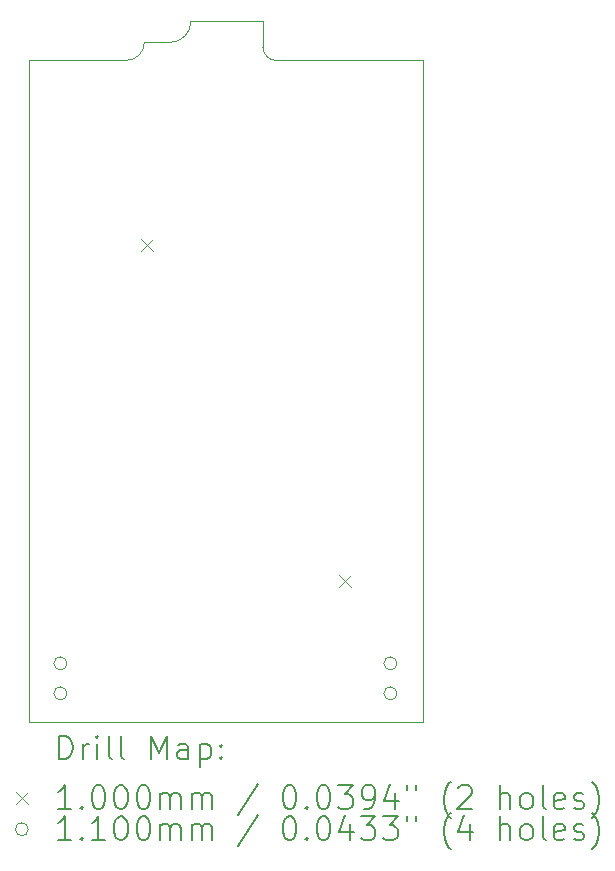
<source format=gbr>
%TF.GenerationSoftware,KiCad,Pcbnew,8.0.7+dfsg-2*%
%TF.CreationDate,2024-12-30T00:21:48+01:00*%
%TF.ProjectId,strobe-torch,7374726f-6265-42d7-946f-7263682e6b69,1.1*%
%TF.SameCoordinates,Original*%
%TF.FileFunction,Drillmap*%
%TF.FilePolarity,Positive*%
%FSLAX45Y45*%
G04 Gerber Fmt 4.5, Leading zero omitted, Abs format (unit mm)*
G04 Created by KiCad (PCBNEW 8.0.7+dfsg-2) date 2024-12-30 00:21:48*
%MOMM*%
%LPD*%
G01*
G04 APERTURE LIST*
%ADD10C,0.100000*%
%ADD11C,0.200000*%
%ADD12C,0.110000*%
G04 APERTURE END LIST*
D10*
X14008100Y-6946900D02*
X14224000Y-6946900D01*
X14008100Y-6946900D02*
G75*
G02*
X13855700Y-7099300I-152400J0D01*
G01*
X14401800Y-6769100D02*
G75*
G02*
X14224000Y-6946900I-177800J0D01*
G01*
X15125700Y-7099300D02*
G75*
G02*
X15011400Y-6985000I0J114300D01*
G01*
X15011400Y-6769100D02*
X15011400Y-6985000D01*
X13855700Y-7099300D02*
X13030200Y-7099300D01*
X16370300Y-7099300D02*
X15125700Y-7099300D01*
X16370300Y-12700000D02*
X16370300Y-7099300D01*
X13030200Y-7099300D02*
X13030200Y-12700000D01*
X14401800Y-6769100D02*
X15011400Y-6769100D01*
X13030200Y-12700000D02*
X16370300Y-12700000D01*
D11*
D10*
X13983500Y-8611400D02*
X14083500Y-8711400D01*
X14083500Y-8611400D02*
X13983500Y-8711400D01*
X15659900Y-11456200D02*
X15759900Y-11556200D01*
X15759900Y-11456200D02*
X15659900Y-11556200D01*
D12*
X13351900Y-12204700D02*
G75*
G02*
X13241900Y-12204700I-55000J0D01*
G01*
X13241900Y-12204700D02*
G75*
G02*
X13351900Y-12204700I55000J0D01*
G01*
X13351900Y-12458700D02*
G75*
G02*
X13241900Y-12458700I-55000J0D01*
G01*
X13241900Y-12458700D02*
G75*
G02*
X13351900Y-12458700I55000J0D01*
G01*
X16145900Y-12204700D02*
G75*
G02*
X16035900Y-12204700I-55000J0D01*
G01*
X16035900Y-12204700D02*
G75*
G02*
X16145900Y-12204700I55000J0D01*
G01*
X16145900Y-12458700D02*
G75*
G02*
X16035900Y-12458700I-55000J0D01*
G01*
X16035900Y-12458700D02*
G75*
G02*
X16145900Y-12458700I55000J0D01*
G01*
D11*
X13285977Y-13016484D02*
X13285977Y-12816484D01*
X13285977Y-12816484D02*
X13333596Y-12816484D01*
X13333596Y-12816484D02*
X13362167Y-12826008D01*
X13362167Y-12826008D02*
X13381215Y-12845055D01*
X13381215Y-12845055D02*
X13390739Y-12864103D01*
X13390739Y-12864103D02*
X13400262Y-12902198D01*
X13400262Y-12902198D02*
X13400262Y-12930769D01*
X13400262Y-12930769D02*
X13390739Y-12968865D01*
X13390739Y-12968865D02*
X13381215Y-12987912D01*
X13381215Y-12987912D02*
X13362167Y-13006960D01*
X13362167Y-13006960D02*
X13333596Y-13016484D01*
X13333596Y-13016484D02*
X13285977Y-13016484D01*
X13485977Y-13016484D02*
X13485977Y-12883150D01*
X13485977Y-12921246D02*
X13495501Y-12902198D01*
X13495501Y-12902198D02*
X13505024Y-12892674D01*
X13505024Y-12892674D02*
X13524072Y-12883150D01*
X13524072Y-12883150D02*
X13543120Y-12883150D01*
X13609786Y-13016484D02*
X13609786Y-12883150D01*
X13609786Y-12816484D02*
X13600262Y-12826008D01*
X13600262Y-12826008D02*
X13609786Y-12835531D01*
X13609786Y-12835531D02*
X13619310Y-12826008D01*
X13619310Y-12826008D02*
X13609786Y-12816484D01*
X13609786Y-12816484D02*
X13609786Y-12835531D01*
X13733596Y-13016484D02*
X13714548Y-13006960D01*
X13714548Y-13006960D02*
X13705024Y-12987912D01*
X13705024Y-12987912D02*
X13705024Y-12816484D01*
X13838358Y-13016484D02*
X13819310Y-13006960D01*
X13819310Y-13006960D02*
X13809786Y-12987912D01*
X13809786Y-12987912D02*
X13809786Y-12816484D01*
X14066929Y-13016484D02*
X14066929Y-12816484D01*
X14066929Y-12816484D02*
X14133596Y-12959341D01*
X14133596Y-12959341D02*
X14200262Y-12816484D01*
X14200262Y-12816484D02*
X14200262Y-13016484D01*
X14381215Y-13016484D02*
X14381215Y-12911722D01*
X14381215Y-12911722D02*
X14371691Y-12892674D01*
X14371691Y-12892674D02*
X14352643Y-12883150D01*
X14352643Y-12883150D02*
X14314548Y-12883150D01*
X14314548Y-12883150D02*
X14295501Y-12892674D01*
X14381215Y-13006960D02*
X14362167Y-13016484D01*
X14362167Y-13016484D02*
X14314548Y-13016484D01*
X14314548Y-13016484D02*
X14295501Y-13006960D01*
X14295501Y-13006960D02*
X14285977Y-12987912D01*
X14285977Y-12987912D02*
X14285977Y-12968865D01*
X14285977Y-12968865D02*
X14295501Y-12949817D01*
X14295501Y-12949817D02*
X14314548Y-12940293D01*
X14314548Y-12940293D02*
X14362167Y-12940293D01*
X14362167Y-12940293D02*
X14381215Y-12930769D01*
X14476453Y-12883150D02*
X14476453Y-13083150D01*
X14476453Y-12892674D02*
X14495501Y-12883150D01*
X14495501Y-12883150D02*
X14533596Y-12883150D01*
X14533596Y-12883150D02*
X14552643Y-12892674D01*
X14552643Y-12892674D02*
X14562167Y-12902198D01*
X14562167Y-12902198D02*
X14571691Y-12921246D01*
X14571691Y-12921246D02*
X14571691Y-12978388D01*
X14571691Y-12978388D02*
X14562167Y-12997436D01*
X14562167Y-12997436D02*
X14552643Y-13006960D01*
X14552643Y-13006960D02*
X14533596Y-13016484D01*
X14533596Y-13016484D02*
X14495501Y-13016484D01*
X14495501Y-13016484D02*
X14476453Y-13006960D01*
X14657405Y-12997436D02*
X14666929Y-13006960D01*
X14666929Y-13006960D02*
X14657405Y-13016484D01*
X14657405Y-13016484D02*
X14647882Y-13006960D01*
X14647882Y-13006960D02*
X14657405Y-12997436D01*
X14657405Y-12997436D02*
X14657405Y-13016484D01*
X14657405Y-12892674D02*
X14666929Y-12902198D01*
X14666929Y-12902198D02*
X14657405Y-12911722D01*
X14657405Y-12911722D02*
X14647882Y-12902198D01*
X14647882Y-12902198D02*
X14657405Y-12892674D01*
X14657405Y-12892674D02*
X14657405Y-12911722D01*
D10*
X12925200Y-13295000D02*
X13025200Y-13395000D01*
X13025200Y-13295000D02*
X12925200Y-13395000D01*
D11*
X13390739Y-13436484D02*
X13276453Y-13436484D01*
X13333596Y-13436484D02*
X13333596Y-13236484D01*
X13333596Y-13236484D02*
X13314548Y-13265055D01*
X13314548Y-13265055D02*
X13295501Y-13284103D01*
X13295501Y-13284103D02*
X13276453Y-13293627D01*
X13476453Y-13417436D02*
X13485977Y-13426960D01*
X13485977Y-13426960D02*
X13476453Y-13436484D01*
X13476453Y-13436484D02*
X13466929Y-13426960D01*
X13466929Y-13426960D02*
X13476453Y-13417436D01*
X13476453Y-13417436D02*
X13476453Y-13436484D01*
X13609786Y-13236484D02*
X13628834Y-13236484D01*
X13628834Y-13236484D02*
X13647882Y-13246008D01*
X13647882Y-13246008D02*
X13657405Y-13255531D01*
X13657405Y-13255531D02*
X13666929Y-13274579D01*
X13666929Y-13274579D02*
X13676453Y-13312674D01*
X13676453Y-13312674D02*
X13676453Y-13360293D01*
X13676453Y-13360293D02*
X13666929Y-13398388D01*
X13666929Y-13398388D02*
X13657405Y-13417436D01*
X13657405Y-13417436D02*
X13647882Y-13426960D01*
X13647882Y-13426960D02*
X13628834Y-13436484D01*
X13628834Y-13436484D02*
X13609786Y-13436484D01*
X13609786Y-13436484D02*
X13590739Y-13426960D01*
X13590739Y-13426960D02*
X13581215Y-13417436D01*
X13581215Y-13417436D02*
X13571691Y-13398388D01*
X13571691Y-13398388D02*
X13562167Y-13360293D01*
X13562167Y-13360293D02*
X13562167Y-13312674D01*
X13562167Y-13312674D02*
X13571691Y-13274579D01*
X13571691Y-13274579D02*
X13581215Y-13255531D01*
X13581215Y-13255531D02*
X13590739Y-13246008D01*
X13590739Y-13246008D02*
X13609786Y-13236484D01*
X13800262Y-13236484D02*
X13819310Y-13236484D01*
X13819310Y-13236484D02*
X13838358Y-13246008D01*
X13838358Y-13246008D02*
X13847882Y-13255531D01*
X13847882Y-13255531D02*
X13857405Y-13274579D01*
X13857405Y-13274579D02*
X13866929Y-13312674D01*
X13866929Y-13312674D02*
X13866929Y-13360293D01*
X13866929Y-13360293D02*
X13857405Y-13398388D01*
X13857405Y-13398388D02*
X13847882Y-13417436D01*
X13847882Y-13417436D02*
X13838358Y-13426960D01*
X13838358Y-13426960D02*
X13819310Y-13436484D01*
X13819310Y-13436484D02*
X13800262Y-13436484D01*
X13800262Y-13436484D02*
X13781215Y-13426960D01*
X13781215Y-13426960D02*
X13771691Y-13417436D01*
X13771691Y-13417436D02*
X13762167Y-13398388D01*
X13762167Y-13398388D02*
X13752643Y-13360293D01*
X13752643Y-13360293D02*
X13752643Y-13312674D01*
X13752643Y-13312674D02*
X13762167Y-13274579D01*
X13762167Y-13274579D02*
X13771691Y-13255531D01*
X13771691Y-13255531D02*
X13781215Y-13246008D01*
X13781215Y-13246008D02*
X13800262Y-13236484D01*
X13990739Y-13236484D02*
X14009786Y-13236484D01*
X14009786Y-13236484D02*
X14028834Y-13246008D01*
X14028834Y-13246008D02*
X14038358Y-13255531D01*
X14038358Y-13255531D02*
X14047882Y-13274579D01*
X14047882Y-13274579D02*
X14057405Y-13312674D01*
X14057405Y-13312674D02*
X14057405Y-13360293D01*
X14057405Y-13360293D02*
X14047882Y-13398388D01*
X14047882Y-13398388D02*
X14038358Y-13417436D01*
X14038358Y-13417436D02*
X14028834Y-13426960D01*
X14028834Y-13426960D02*
X14009786Y-13436484D01*
X14009786Y-13436484D02*
X13990739Y-13436484D01*
X13990739Y-13436484D02*
X13971691Y-13426960D01*
X13971691Y-13426960D02*
X13962167Y-13417436D01*
X13962167Y-13417436D02*
X13952643Y-13398388D01*
X13952643Y-13398388D02*
X13943120Y-13360293D01*
X13943120Y-13360293D02*
X13943120Y-13312674D01*
X13943120Y-13312674D02*
X13952643Y-13274579D01*
X13952643Y-13274579D02*
X13962167Y-13255531D01*
X13962167Y-13255531D02*
X13971691Y-13246008D01*
X13971691Y-13246008D02*
X13990739Y-13236484D01*
X14143120Y-13436484D02*
X14143120Y-13303150D01*
X14143120Y-13322198D02*
X14152643Y-13312674D01*
X14152643Y-13312674D02*
X14171691Y-13303150D01*
X14171691Y-13303150D02*
X14200263Y-13303150D01*
X14200263Y-13303150D02*
X14219310Y-13312674D01*
X14219310Y-13312674D02*
X14228834Y-13331722D01*
X14228834Y-13331722D02*
X14228834Y-13436484D01*
X14228834Y-13331722D02*
X14238358Y-13312674D01*
X14238358Y-13312674D02*
X14257405Y-13303150D01*
X14257405Y-13303150D02*
X14285977Y-13303150D01*
X14285977Y-13303150D02*
X14305024Y-13312674D01*
X14305024Y-13312674D02*
X14314548Y-13331722D01*
X14314548Y-13331722D02*
X14314548Y-13436484D01*
X14409786Y-13436484D02*
X14409786Y-13303150D01*
X14409786Y-13322198D02*
X14419310Y-13312674D01*
X14419310Y-13312674D02*
X14438358Y-13303150D01*
X14438358Y-13303150D02*
X14466929Y-13303150D01*
X14466929Y-13303150D02*
X14485977Y-13312674D01*
X14485977Y-13312674D02*
X14495501Y-13331722D01*
X14495501Y-13331722D02*
X14495501Y-13436484D01*
X14495501Y-13331722D02*
X14505024Y-13312674D01*
X14505024Y-13312674D02*
X14524072Y-13303150D01*
X14524072Y-13303150D02*
X14552643Y-13303150D01*
X14552643Y-13303150D02*
X14571691Y-13312674D01*
X14571691Y-13312674D02*
X14581215Y-13331722D01*
X14581215Y-13331722D02*
X14581215Y-13436484D01*
X14971691Y-13226960D02*
X14800263Y-13484103D01*
X15228834Y-13236484D02*
X15247882Y-13236484D01*
X15247882Y-13236484D02*
X15266929Y-13246008D01*
X15266929Y-13246008D02*
X15276453Y-13255531D01*
X15276453Y-13255531D02*
X15285977Y-13274579D01*
X15285977Y-13274579D02*
X15295501Y-13312674D01*
X15295501Y-13312674D02*
X15295501Y-13360293D01*
X15295501Y-13360293D02*
X15285977Y-13398388D01*
X15285977Y-13398388D02*
X15276453Y-13417436D01*
X15276453Y-13417436D02*
X15266929Y-13426960D01*
X15266929Y-13426960D02*
X15247882Y-13436484D01*
X15247882Y-13436484D02*
X15228834Y-13436484D01*
X15228834Y-13436484D02*
X15209786Y-13426960D01*
X15209786Y-13426960D02*
X15200263Y-13417436D01*
X15200263Y-13417436D02*
X15190739Y-13398388D01*
X15190739Y-13398388D02*
X15181215Y-13360293D01*
X15181215Y-13360293D02*
X15181215Y-13312674D01*
X15181215Y-13312674D02*
X15190739Y-13274579D01*
X15190739Y-13274579D02*
X15200263Y-13255531D01*
X15200263Y-13255531D02*
X15209786Y-13246008D01*
X15209786Y-13246008D02*
X15228834Y-13236484D01*
X15381215Y-13417436D02*
X15390739Y-13426960D01*
X15390739Y-13426960D02*
X15381215Y-13436484D01*
X15381215Y-13436484D02*
X15371691Y-13426960D01*
X15371691Y-13426960D02*
X15381215Y-13417436D01*
X15381215Y-13417436D02*
X15381215Y-13436484D01*
X15514548Y-13236484D02*
X15533596Y-13236484D01*
X15533596Y-13236484D02*
X15552644Y-13246008D01*
X15552644Y-13246008D02*
X15562167Y-13255531D01*
X15562167Y-13255531D02*
X15571691Y-13274579D01*
X15571691Y-13274579D02*
X15581215Y-13312674D01*
X15581215Y-13312674D02*
X15581215Y-13360293D01*
X15581215Y-13360293D02*
X15571691Y-13398388D01*
X15571691Y-13398388D02*
X15562167Y-13417436D01*
X15562167Y-13417436D02*
X15552644Y-13426960D01*
X15552644Y-13426960D02*
X15533596Y-13436484D01*
X15533596Y-13436484D02*
X15514548Y-13436484D01*
X15514548Y-13436484D02*
X15495501Y-13426960D01*
X15495501Y-13426960D02*
X15485977Y-13417436D01*
X15485977Y-13417436D02*
X15476453Y-13398388D01*
X15476453Y-13398388D02*
X15466929Y-13360293D01*
X15466929Y-13360293D02*
X15466929Y-13312674D01*
X15466929Y-13312674D02*
X15476453Y-13274579D01*
X15476453Y-13274579D02*
X15485977Y-13255531D01*
X15485977Y-13255531D02*
X15495501Y-13246008D01*
X15495501Y-13246008D02*
X15514548Y-13236484D01*
X15647882Y-13236484D02*
X15771691Y-13236484D01*
X15771691Y-13236484D02*
X15705025Y-13312674D01*
X15705025Y-13312674D02*
X15733596Y-13312674D01*
X15733596Y-13312674D02*
X15752644Y-13322198D01*
X15752644Y-13322198D02*
X15762167Y-13331722D01*
X15762167Y-13331722D02*
X15771691Y-13350769D01*
X15771691Y-13350769D02*
X15771691Y-13398388D01*
X15771691Y-13398388D02*
X15762167Y-13417436D01*
X15762167Y-13417436D02*
X15752644Y-13426960D01*
X15752644Y-13426960D02*
X15733596Y-13436484D01*
X15733596Y-13436484D02*
X15676453Y-13436484D01*
X15676453Y-13436484D02*
X15657406Y-13426960D01*
X15657406Y-13426960D02*
X15647882Y-13417436D01*
X15866929Y-13436484D02*
X15905025Y-13436484D01*
X15905025Y-13436484D02*
X15924072Y-13426960D01*
X15924072Y-13426960D02*
X15933596Y-13417436D01*
X15933596Y-13417436D02*
X15952644Y-13388865D01*
X15952644Y-13388865D02*
X15962167Y-13350769D01*
X15962167Y-13350769D02*
X15962167Y-13274579D01*
X15962167Y-13274579D02*
X15952644Y-13255531D01*
X15952644Y-13255531D02*
X15943120Y-13246008D01*
X15943120Y-13246008D02*
X15924072Y-13236484D01*
X15924072Y-13236484D02*
X15885977Y-13236484D01*
X15885977Y-13236484D02*
X15866929Y-13246008D01*
X15866929Y-13246008D02*
X15857406Y-13255531D01*
X15857406Y-13255531D02*
X15847882Y-13274579D01*
X15847882Y-13274579D02*
X15847882Y-13322198D01*
X15847882Y-13322198D02*
X15857406Y-13341246D01*
X15857406Y-13341246D02*
X15866929Y-13350769D01*
X15866929Y-13350769D02*
X15885977Y-13360293D01*
X15885977Y-13360293D02*
X15924072Y-13360293D01*
X15924072Y-13360293D02*
X15943120Y-13350769D01*
X15943120Y-13350769D02*
X15952644Y-13341246D01*
X15952644Y-13341246D02*
X15962167Y-13322198D01*
X16133596Y-13303150D02*
X16133596Y-13436484D01*
X16085977Y-13226960D02*
X16038358Y-13369817D01*
X16038358Y-13369817D02*
X16162167Y-13369817D01*
X16228834Y-13236484D02*
X16228834Y-13274579D01*
X16305025Y-13236484D02*
X16305025Y-13274579D01*
X16600263Y-13512674D02*
X16590739Y-13503150D01*
X16590739Y-13503150D02*
X16571691Y-13474579D01*
X16571691Y-13474579D02*
X16562168Y-13455531D01*
X16562168Y-13455531D02*
X16552644Y-13426960D01*
X16552644Y-13426960D02*
X16543120Y-13379341D01*
X16543120Y-13379341D02*
X16543120Y-13341246D01*
X16543120Y-13341246D02*
X16552644Y-13293627D01*
X16552644Y-13293627D02*
X16562168Y-13265055D01*
X16562168Y-13265055D02*
X16571691Y-13246008D01*
X16571691Y-13246008D02*
X16590739Y-13217436D01*
X16590739Y-13217436D02*
X16600263Y-13207912D01*
X16666929Y-13255531D02*
X16676453Y-13246008D01*
X16676453Y-13246008D02*
X16695501Y-13236484D01*
X16695501Y-13236484D02*
X16743120Y-13236484D01*
X16743120Y-13236484D02*
X16762168Y-13246008D01*
X16762168Y-13246008D02*
X16771691Y-13255531D01*
X16771691Y-13255531D02*
X16781215Y-13274579D01*
X16781215Y-13274579D02*
X16781215Y-13293627D01*
X16781215Y-13293627D02*
X16771691Y-13322198D01*
X16771691Y-13322198D02*
X16657406Y-13436484D01*
X16657406Y-13436484D02*
X16781215Y-13436484D01*
X17019311Y-13436484D02*
X17019311Y-13236484D01*
X17105025Y-13436484D02*
X17105025Y-13331722D01*
X17105025Y-13331722D02*
X17095501Y-13312674D01*
X17095501Y-13312674D02*
X17076453Y-13303150D01*
X17076453Y-13303150D02*
X17047882Y-13303150D01*
X17047882Y-13303150D02*
X17028834Y-13312674D01*
X17028834Y-13312674D02*
X17019311Y-13322198D01*
X17228834Y-13436484D02*
X17209787Y-13426960D01*
X17209787Y-13426960D02*
X17200263Y-13417436D01*
X17200263Y-13417436D02*
X17190739Y-13398388D01*
X17190739Y-13398388D02*
X17190739Y-13341246D01*
X17190739Y-13341246D02*
X17200263Y-13322198D01*
X17200263Y-13322198D02*
X17209787Y-13312674D01*
X17209787Y-13312674D02*
X17228834Y-13303150D01*
X17228834Y-13303150D02*
X17257406Y-13303150D01*
X17257406Y-13303150D02*
X17276453Y-13312674D01*
X17276453Y-13312674D02*
X17285977Y-13322198D01*
X17285977Y-13322198D02*
X17295501Y-13341246D01*
X17295501Y-13341246D02*
X17295501Y-13398388D01*
X17295501Y-13398388D02*
X17285977Y-13417436D01*
X17285977Y-13417436D02*
X17276453Y-13426960D01*
X17276453Y-13426960D02*
X17257406Y-13436484D01*
X17257406Y-13436484D02*
X17228834Y-13436484D01*
X17409787Y-13436484D02*
X17390739Y-13426960D01*
X17390739Y-13426960D02*
X17381215Y-13407912D01*
X17381215Y-13407912D02*
X17381215Y-13236484D01*
X17562168Y-13426960D02*
X17543120Y-13436484D01*
X17543120Y-13436484D02*
X17505025Y-13436484D01*
X17505025Y-13436484D02*
X17485977Y-13426960D01*
X17485977Y-13426960D02*
X17476453Y-13407912D01*
X17476453Y-13407912D02*
X17476453Y-13331722D01*
X17476453Y-13331722D02*
X17485977Y-13312674D01*
X17485977Y-13312674D02*
X17505025Y-13303150D01*
X17505025Y-13303150D02*
X17543120Y-13303150D01*
X17543120Y-13303150D02*
X17562168Y-13312674D01*
X17562168Y-13312674D02*
X17571692Y-13331722D01*
X17571692Y-13331722D02*
X17571692Y-13350769D01*
X17571692Y-13350769D02*
X17476453Y-13369817D01*
X17647882Y-13426960D02*
X17666930Y-13436484D01*
X17666930Y-13436484D02*
X17705025Y-13436484D01*
X17705025Y-13436484D02*
X17724073Y-13426960D01*
X17724073Y-13426960D02*
X17733596Y-13407912D01*
X17733596Y-13407912D02*
X17733596Y-13398388D01*
X17733596Y-13398388D02*
X17724073Y-13379341D01*
X17724073Y-13379341D02*
X17705025Y-13369817D01*
X17705025Y-13369817D02*
X17676453Y-13369817D01*
X17676453Y-13369817D02*
X17657406Y-13360293D01*
X17657406Y-13360293D02*
X17647882Y-13341246D01*
X17647882Y-13341246D02*
X17647882Y-13331722D01*
X17647882Y-13331722D02*
X17657406Y-13312674D01*
X17657406Y-13312674D02*
X17676453Y-13303150D01*
X17676453Y-13303150D02*
X17705025Y-13303150D01*
X17705025Y-13303150D02*
X17724073Y-13312674D01*
X17800263Y-13512674D02*
X17809787Y-13503150D01*
X17809787Y-13503150D02*
X17828834Y-13474579D01*
X17828834Y-13474579D02*
X17838358Y-13455531D01*
X17838358Y-13455531D02*
X17847882Y-13426960D01*
X17847882Y-13426960D02*
X17857406Y-13379341D01*
X17857406Y-13379341D02*
X17857406Y-13341246D01*
X17857406Y-13341246D02*
X17847882Y-13293627D01*
X17847882Y-13293627D02*
X17838358Y-13265055D01*
X17838358Y-13265055D02*
X17828834Y-13246008D01*
X17828834Y-13246008D02*
X17809787Y-13217436D01*
X17809787Y-13217436D02*
X17800263Y-13207912D01*
D12*
X13025200Y-13609000D02*
G75*
G02*
X12915200Y-13609000I-55000J0D01*
G01*
X12915200Y-13609000D02*
G75*
G02*
X13025200Y-13609000I55000J0D01*
G01*
D11*
X13390739Y-13700484D02*
X13276453Y-13700484D01*
X13333596Y-13700484D02*
X13333596Y-13500484D01*
X13333596Y-13500484D02*
X13314548Y-13529055D01*
X13314548Y-13529055D02*
X13295501Y-13548103D01*
X13295501Y-13548103D02*
X13276453Y-13557627D01*
X13476453Y-13681436D02*
X13485977Y-13690960D01*
X13485977Y-13690960D02*
X13476453Y-13700484D01*
X13476453Y-13700484D02*
X13466929Y-13690960D01*
X13466929Y-13690960D02*
X13476453Y-13681436D01*
X13476453Y-13681436D02*
X13476453Y-13700484D01*
X13676453Y-13700484D02*
X13562167Y-13700484D01*
X13619310Y-13700484D02*
X13619310Y-13500484D01*
X13619310Y-13500484D02*
X13600262Y-13529055D01*
X13600262Y-13529055D02*
X13581215Y-13548103D01*
X13581215Y-13548103D02*
X13562167Y-13557627D01*
X13800262Y-13500484D02*
X13819310Y-13500484D01*
X13819310Y-13500484D02*
X13838358Y-13510008D01*
X13838358Y-13510008D02*
X13847882Y-13519531D01*
X13847882Y-13519531D02*
X13857405Y-13538579D01*
X13857405Y-13538579D02*
X13866929Y-13576674D01*
X13866929Y-13576674D02*
X13866929Y-13624293D01*
X13866929Y-13624293D02*
X13857405Y-13662388D01*
X13857405Y-13662388D02*
X13847882Y-13681436D01*
X13847882Y-13681436D02*
X13838358Y-13690960D01*
X13838358Y-13690960D02*
X13819310Y-13700484D01*
X13819310Y-13700484D02*
X13800262Y-13700484D01*
X13800262Y-13700484D02*
X13781215Y-13690960D01*
X13781215Y-13690960D02*
X13771691Y-13681436D01*
X13771691Y-13681436D02*
X13762167Y-13662388D01*
X13762167Y-13662388D02*
X13752643Y-13624293D01*
X13752643Y-13624293D02*
X13752643Y-13576674D01*
X13752643Y-13576674D02*
X13762167Y-13538579D01*
X13762167Y-13538579D02*
X13771691Y-13519531D01*
X13771691Y-13519531D02*
X13781215Y-13510008D01*
X13781215Y-13510008D02*
X13800262Y-13500484D01*
X13990739Y-13500484D02*
X14009786Y-13500484D01*
X14009786Y-13500484D02*
X14028834Y-13510008D01*
X14028834Y-13510008D02*
X14038358Y-13519531D01*
X14038358Y-13519531D02*
X14047882Y-13538579D01*
X14047882Y-13538579D02*
X14057405Y-13576674D01*
X14057405Y-13576674D02*
X14057405Y-13624293D01*
X14057405Y-13624293D02*
X14047882Y-13662388D01*
X14047882Y-13662388D02*
X14038358Y-13681436D01*
X14038358Y-13681436D02*
X14028834Y-13690960D01*
X14028834Y-13690960D02*
X14009786Y-13700484D01*
X14009786Y-13700484D02*
X13990739Y-13700484D01*
X13990739Y-13700484D02*
X13971691Y-13690960D01*
X13971691Y-13690960D02*
X13962167Y-13681436D01*
X13962167Y-13681436D02*
X13952643Y-13662388D01*
X13952643Y-13662388D02*
X13943120Y-13624293D01*
X13943120Y-13624293D02*
X13943120Y-13576674D01*
X13943120Y-13576674D02*
X13952643Y-13538579D01*
X13952643Y-13538579D02*
X13962167Y-13519531D01*
X13962167Y-13519531D02*
X13971691Y-13510008D01*
X13971691Y-13510008D02*
X13990739Y-13500484D01*
X14143120Y-13700484D02*
X14143120Y-13567150D01*
X14143120Y-13586198D02*
X14152643Y-13576674D01*
X14152643Y-13576674D02*
X14171691Y-13567150D01*
X14171691Y-13567150D02*
X14200263Y-13567150D01*
X14200263Y-13567150D02*
X14219310Y-13576674D01*
X14219310Y-13576674D02*
X14228834Y-13595722D01*
X14228834Y-13595722D02*
X14228834Y-13700484D01*
X14228834Y-13595722D02*
X14238358Y-13576674D01*
X14238358Y-13576674D02*
X14257405Y-13567150D01*
X14257405Y-13567150D02*
X14285977Y-13567150D01*
X14285977Y-13567150D02*
X14305024Y-13576674D01*
X14305024Y-13576674D02*
X14314548Y-13595722D01*
X14314548Y-13595722D02*
X14314548Y-13700484D01*
X14409786Y-13700484D02*
X14409786Y-13567150D01*
X14409786Y-13586198D02*
X14419310Y-13576674D01*
X14419310Y-13576674D02*
X14438358Y-13567150D01*
X14438358Y-13567150D02*
X14466929Y-13567150D01*
X14466929Y-13567150D02*
X14485977Y-13576674D01*
X14485977Y-13576674D02*
X14495501Y-13595722D01*
X14495501Y-13595722D02*
X14495501Y-13700484D01*
X14495501Y-13595722D02*
X14505024Y-13576674D01*
X14505024Y-13576674D02*
X14524072Y-13567150D01*
X14524072Y-13567150D02*
X14552643Y-13567150D01*
X14552643Y-13567150D02*
X14571691Y-13576674D01*
X14571691Y-13576674D02*
X14581215Y-13595722D01*
X14581215Y-13595722D02*
X14581215Y-13700484D01*
X14971691Y-13490960D02*
X14800263Y-13748103D01*
X15228834Y-13500484D02*
X15247882Y-13500484D01*
X15247882Y-13500484D02*
X15266929Y-13510008D01*
X15266929Y-13510008D02*
X15276453Y-13519531D01*
X15276453Y-13519531D02*
X15285977Y-13538579D01*
X15285977Y-13538579D02*
X15295501Y-13576674D01*
X15295501Y-13576674D02*
X15295501Y-13624293D01*
X15295501Y-13624293D02*
X15285977Y-13662388D01*
X15285977Y-13662388D02*
X15276453Y-13681436D01*
X15276453Y-13681436D02*
X15266929Y-13690960D01*
X15266929Y-13690960D02*
X15247882Y-13700484D01*
X15247882Y-13700484D02*
X15228834Y-13700484D01*
X15228834Y-13700484D02*
X15209786Y-13690960D01*
X15209786Y-13690960D02*
X15200263Y-13681436D01*
X15200263Y-13681436D02*
X15190739Y-13662388D01*
X15190739Y-13662388D02*
X15181215Y-13624293D01*
X15181215Y-13624293D02*
X15181215Y-13576674D01*
X15181215Y-13576674D02*
X15190739Y-13538579D01*
X15190739Y-13538579D02*
X15200263Y-13519531D01*
X15200263Y-13519531D02*
X15209786Y-13510008D01*
X15209786Y-13510008D02*
X15228834Y-13500484D01*
X15381215Y-13681436D02*
X15390739Y-13690960D01*
X15390739Y-13690960D02*
X15381215Y-13700484D01*
X15381215Y-13700484D02*
X15371691Y-13690960D01*
X15371691Y-13690960D02*
X15381215Y-13681436D01*
X15381215Y-13681436D02*
X15381215Y-13700484D01*
X15514548Y-13500484D02*
X15533596Y-13500484D01*
X15533596Y-13500484D02*
X15552644Y-13510008D01*
X15552644Y-13510008D02*
X15562167Y-13519531D01*
X15562167Y-13519531D02*
X15571691Y-13538579D01*
X15571691Y-13538579D02*
X15581215Y-13576674D01*
X15581215Y-13576674D02*
X15581215Y-13624293D01*
X15581215Y-13624293D02*
X15571691Y-13662388D01*
X15571691Y-13662388D02*
X15562167Y-13681436D01*
X15562167Y-13681436D02*
X15552644Y-13690960D01*
X15552644Y-13690960D02*
X15533596Y-13700484D01*
X15533596Y-13700484D02*
X15514548Y-13700484D01*
X15514548Y-13700484D02*
X15495501Y-13690960D01*
X15495501Y-13690960D02*
X15485977Y-13681436D01*
X15485977Y-13681436D02*
X15476453Y-13662388D01*
X15476453Y-13662388D02*
X15466929Y-13624293D01*
X15466929Y-13624293D02*
X15466929Y-13576674D01*
X15466929Y-13576674D02*
X15476453Y-13538579D01*
X15476453Y-13538579D02*
X15485977Y-13519531D01*
X15485977Y-13519531D02*
X15495501Y-13510008D01*
X15495501Y-13510008D02*
X15514548Y-13500484D01*
X15752644Y-13567150D02*
X15752644Y-13700484D01*
X15705025Y-13490960D02*
X15657406Y-13633817D01*
X15657406Y-13633817D02*
X15781215Y-13633817D01*
X15838358Y-13500484D02*
X15962167Y-13500484D01*
X15962167Y-13500484D02*
X15895501Y-13576674D01*
X15895501Y-13576674D02*
X15924072Y-13576674D01*
X15924072Y-13576674D02*
X15943120Y-13586198D01*
X15943120Y-13586198D02*
X15952644Y-13595722D01*
X15952644Y-13595722D02*
X15962167Y-13614769D01*
X15962167Y-13614769D02*
X15962167Y-13662388D01*
X15962167Y-13662388D02*
X15952644Y-13681436D01*
X15952644Y-13681436D02*
X15943120Y-13690960D01*
X15943120Y-13690960D02*
X15924072Y-13700484D01*
X15924072Y-13700484D02*
X15866929Y-13700484D01*
X15866929Y-13700484D02*
X15847882Y-13690960D01*
X15847882Y-13690960D02*
X15838358Y-13681436D01*
X16028834Y-13500484D02*
X16152644Y-13500484D01*
X16152644Y-13500484D02*
X16085977Y-13576674D01*
X16085977Y-13576674D02*
X16114548Y-13576674D01*
X16114548Y-13576674D02*
X16133596Y-13586198D01*
X16133596Y-13586198D02*
X16143120Y-13595722D01*
X16143120Y-13595722D02*
X16152644Y-13614769D01*
X16152644Y-13614769D02*
X16152644Y-13662388D01*
X16152644Y-13662388D02*
X16143120Y-13681436D01*
X16143120Y-13681436D02*
X16133596Y-13690960D01*
X16133596Y-13690960D02*
X16114548Y-13700484D01*
X16114548Y-13700484D02*
X16057406Y-13700484D01*
X16057406Y-13700484D02*
X16038358Y-13690960D01*
X16038358Y-13690960D02*
X16028834Y-13681436D01*
X16228834Y-13500484D02*
X16228834Y-13538579D01*
X16305025Y-13500484D02*
X16305025Y-13538579D01*
X16600263Y-13776674D02*
X16590739Y-13767150D01*
X16590739Y-13767150D02*
X16571691Y-13738579D01*
X16571691Y-13738579D02*
X16562168Y-13719531D01*
X16562168Y-13719531D02*
X16552644Y-13690960D01*
X16552644Y-13690960D02*
X16543120Y-13643341D01*
X16543120Y-13643341D02*
X16543120Y-13605246D01*
X16543120Y-13605246D02*
X16552644Y-13557627D01*
X16552644Y-13557627D02*
X16562168Y-13529055D01*
X16562168Y-13529055D02*
X16571691Y-13510008D01*
X16571691Y-13510008D02*
X16590739Y-13481436D01*
X16590739Y-13481436D02*
X16600263Y-13471912D01*
X16762168Y-13567150D02*
X16762168Y-13700484D01*
X16714548Y-13490960D02*
X16666929Y-13633817D01*
X16666929Y-13633817D02*
X16790739Y-13633817D01*
X17019311Y-13700484D02*
X17019311Y-13500484D01*
X17105025Y-13700484D02*
X17105025Y-13595722D01*
X17105025Y-13595722D02*
X17095501Y-13576674D01*
X17095501Y-13576674D02*
X17076453Y-13567150D01*
X17076453Y-13567150D02*
X17047882Y-13567150D01*
X17047882Y-13567150D02*
X17028834Y-13576674D01*
X17028834Y-13576674D02*
X17019311Y-13586198D01*
X17228834Y-13700484D02*
X17209787Y-13690960D01*
X17209787Y-13690960D02*
X17200263Y-13681436D01*
X17200263Y-13681436D02*
X17190739Y-13662388D01*
X17190739Y-13662388D02*
X17190739Y-13605246D01*
X17190739Y-13605246D02*
X17200263Y-13586198D01*
X17200263Y-13586198D02*
X17209787Y-13576674D01*
X17209787Y-13576674D02*
X17228834Y-13567150D01*
X17228834Y-13567150D02*
X17257406Y-13567150D01*
X17257406Y-13567150D02*
X17276453Y-13576674D01*
X17276453Y-13576674D02*
X17285977Y-13586198D01*
X17285977Y-13586198D02*
X17295501Y-13605246D01*
X17295501Y-13605246D02*
X17295501Y-13662388D01*
X17295501Y-13662388D02*
X17285977Y-13681436D01*
X17285977Y-13681436D02*
X17276453Y-13690960D01*
X17276453Y-13690960D02*
X17257406Y-13700484D01*
X17257406Y-13700484D02*
X17228834Y-13700484D01*
X17409787Y-13700484D02*
X17390739Y-13690960D01*
X17390739Y-13690960D02*
X17381215Y-13671912D01*
X17381215Y-13671912D02*
X17381215Y-13500484D01*
X17562168Y-13690960D02*
X17543120Y-13700484D01*
X17543120Y-13700484D02*
X17505025Y-13700484D01*
X17505025Y-13700484D02*
X17485977Y-13690960D01*
X17485977Y-13690960D02*
X17476453Y-13671912D01*
X17476453Y-13671912D02*
X17476453Y-13595722D01*
X17476453Y-13595722D02*
X17485977Y-13576674D01*
X17485977Y-13576674D02*
X17505025Y-13567150D01*
X17505025Y-13567150D02*
X17543120Y-13567150D01*
X17543120Y-13567150D02*
X17562168Y-13576674D01*
X17562168Y-13576674D02*
X17571692Y-13595722D01*
X17571692Y-13595722D02*
X17571692Y-13614769D01*
X17571692Y-13614769D02*
X17476453Y-13633817D01*
X17647882Y-13690960D02*
X17666930Y-13700484D01*
X17666930Y-13700484D02*
X17705025Y-13700484D01*
X17705025Y-13700484D02*
X17724073Y-13690960D01*
X17724073Y-13690960D02*
X17733596Y-13671912D01*
X17733596Y-13671912D02*
X17733596Y-13662388D01*
X17733596Y-13662388D02*
X17724073Y-13643341D01*
X17724073Y-13643341D02*
X17705025Y-13633817D01*
X17705025Y-13633817D02*
X17676453Y-13633817D01*
X17676453Y-13633817D02*
X17657406Y-13624293D01*
X17657406Y-13624293D02*
X17647882Y-13605246D01*
X17647882Y-13605246D02*
X17647882Y-13595722D01*
X17647882Y-13595722D02*
X17657406Y-13576674D01*
X17657406Y-13576674D02*
X17676453Y-13567150D01*
X17676453Y-13567150D02*
X17705025Y-13567150D01*
X17705025Y-13567150D02*
X17724073Y-13576674D01*
X17800263Y-13776674D02*
X17809787Y-13767150D01*
X17809787Y-13767150D02*
X17828834Y-13738579D01*
X17828834Y-13738579D02*
X17838358Y-13719531D01*
X17838358Y-13719531D02*
X17847882Y-13690960D01*
X17847882Y-13690960D02*
X17857406Y-13643341D01*
X17857406Y-13643341D02*
X17857406Y-13605246D01*
X17857406Y-13605246D02*
X17847882Y-13557627D01*
X17847882Y-13557627D02*
X17838358Y-13529055D01*
X17838358Y-13529055D02*
X17828834Y-13510008D01*
X17828834Y-13510008D02*
X17809787Y-13481436D01*
X17809787Y-13481436D02*
X17800263Y-13471912D01*
M02*

</source>
